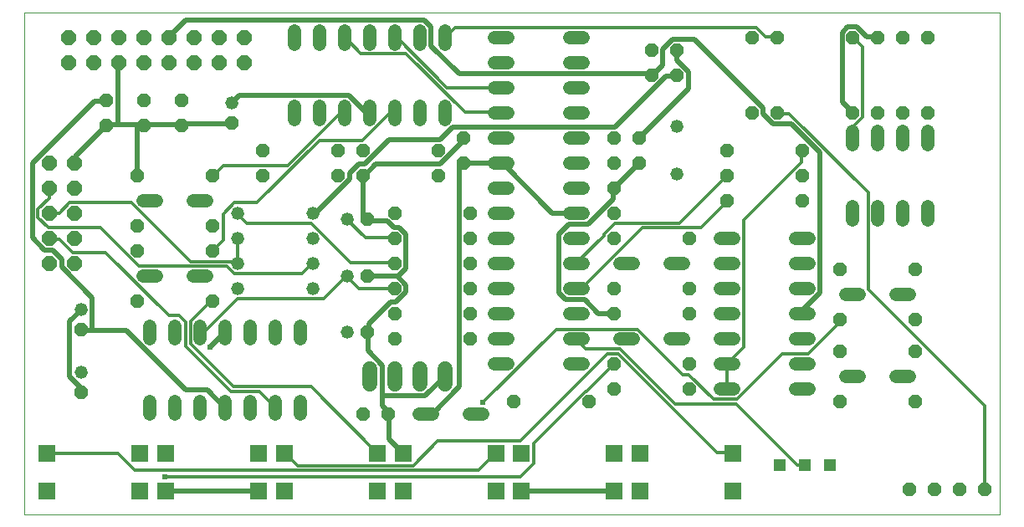
<source format=gbl>
G75*
%MOIN*%
%OFA0B0*%
%FSLAX25Y25*%
%IPPOS*%
%LPD*%
%AMOC8*
5,1,8,0,0,1.08239X$1,22.5*
%
%ADD10C,0.00000*%
%ADD11OC8,0.05200*%
%ADD12C,0.05200*%
%ADD13C,0.05200*%
%ADD14R,0.07087X0.07087*%
%ADD15OC8,0.06000*%
%ADD16R,0.05150X0.05150*%
%ADD17C,0.06000*%
%ADD18C,0.02000*%
%ADD19C,0.02400*%
%ADD20C,0.01200*%
D10*
X0001000Y0001250D02*
X0001000Y0201211D01*
X0389583Y0201211D01*
X0389583Y0001250D01*
X0001000Y0001250D01*
D11*
X0023500Y0049750D03*
X0023500Y0074750D03*
X0046000Y0086250D03*
X0076000Y0086250D03*
X0076000Y0106250D03*
X0076000Y0116250D03*
X0046000Y0116250D03*
X0046000Y0106250D03*
X0046000Y0136250D03*
X0076000Y0136250D03*
X0096000Y0136250D03*
X0096000Y0146250D03*
X0083500Y0157250D03*
X0063500Y0156250D03*
X0048500Y0156250D03*
X0033500Y0156250D03*
X0033500Y0166250D03*
X0048500Y0166250D03*
X0063500Y0166250D03*
X0126000Y0146250D03*
X0136000Y0146250D03*
X0136000Y0136250D03*
X0126000Y0136250D03*
X0148500Y0121250D03*
X0137500Y0118750D03*
X0148500Y0111250D03*
X0148500Y0101250D03*
X0137500Y0096250D03*
X0148500Y0091250D03*
X0148500Y0081250D03*
X0137500Y0073750D03*
X0148500Y0071250D03*
X0178500Y0071250D03*
X0178500Y0081250D03*
X0178500Y0091250D03*
X0178500Y0101250D03*
X0178500Y0111250D03*
X0178500Y0121250D03*
X0166000Y0136250D03*
X0176000Y0141250D03*
X0166000Y0146250D03*
X0176000Y0151250D03*
X0236000Y0151250D03*
X0246000Y0151250D03*
X0246000Y0141250D03*
X0236000Y0141250D03*
X0236000Y0131250D03*
X0236000Y0121250D03*
X0236000Y0111250D03*
X0266000Y0111250D03*
X0281000Y0126250D03*
X0281000Y0136250D03*
X0281000Y0146250D03*
X0291000Y0161250D03*
X0301000Y0161250D03*
X0311000Y0146250D03*
X0311000Y0136250D03*
X0311000Y0126250D03*
X0326000Y0098750D03*
X0356000Y0098750D03*
X0356000Y0078750D03*
X0356000Y0066250D03*
X0326000Y0066250D03*
X0326000Y0078750D03*
X0266000Y0081250D03*
X0266000Y0091250D03*
X0236000Y0091250D03*
X0236000Y0081250D03*
X0236000Y0061250D03*
X0236000Y0051250D03*
X0226000Y0046250D03*
X0196000Y0046250D03*
X0146000Y0041250D03*
X0136000Y0041250D03*
X0266000Y0051250D03*
X0266000Y0061250D03*
X0326000Y0046250D03*
X0356000Y0046250D03*
X0353500Y0011250D03*
X0363500Y0011250D03*
X0373500Y0011250D03*
X0383500Y0011250D03*
X0361000Y0161250D03*
X0351000Y0161250D03*
X0341000Y0161250D03*
X0331000Y0161250D03*
X0331000Y0191250D03*
X0341000Y0191250D03*
X0351000Y0191250D03*
X0361000Y0191250D03*
X0301000Y0191250D03*
X0291000Y0191250D03*
X0261000Y0186250D03*
X0251000Y0186250D03*
X0251000Y0176250D03*
X0261000Y0176250D03*
D12*
X0261000Y0155750D03*
X0261000Y0136750D03*
X0129500Y0118750D03*
X0116000Y0121250D03*
X0116000Y0111250D03*
X0116000Y0101250D03*
X0129500Y0096250D03*
X0116000Y0091250D03*
X0086000Y0091250D03*
X0086000Y0101250D03*
X0086000Y0111250D03*
X0086000Y0121250D03*
X0023500Y0082750D03*
X0023500Y0057750D03*
X0129500Y0073750D03*
X0083500Y0165250D03*
D13*
X0108500Y0163850D02*
X0108500Y0158650D01*
X0118500Y0158650D02*
X0118500Y0163850D01*
X0128500Y0163850D02*
X0128500Y0158650D01*
X0138500Y0158650D02*
X0138500Y0163850D01*
X0148500Y0163850D02*
X0148500Y0158650D01*
X0158500Y0158650D02*
X0158500Y0163850D01*
X0168500Y0163850D02*
X0168500Y0158650D01*
X0188400Y0161250D02*
X0193600Y0161250D01*
X0193600Y0151250D02*
X0188400Y0151250D01*
X0188400Y0141250D02*
X0193600Y0141250D01*
X0193600Y0131250D02*
X0188400Y0131250D01*
X0188400Y0121250D02*
X0193600Y0121250D01*
X0193600Y0111250D02*
X0188400Y0111250D01*
X0188400Y0101250D02*
X0193600Y0101250D01*
X0193600Y0091250D02*
X0188400Y0091250D01*
X0188400Y0081250D02*
X0193600Y0081250D01*
X0193600Y0071250D02*
X0188400Y0071250D01*
X0188400Y0061250D02*
X0193600Y0061250D01*
X0218400Y0061250D02*
X0223600Y0061250D01*
X0223600Y0071250D02*
X0218400Y0071250D01*
X0218400Y0081250D02*
X0223600Y0081250D01*
X0223600Y0091250D02*
X0218400Y0091250D01*
X0218400Y0101250D02*
X0223600Y0101250D01*
X0238400Y0101250D02*
X0243600Y0101250D01*
X0258400Y0101250D02*
X0263600Y0101250D01*
X0278400Y0101250D02*
X0283600Y0101250D01*
X0283600Y0091250D02*
X0278400Y0091250D01*
X0278400Y0081250D02*
X0283600Y0081250D01*
X0283600Y0071250D02*
X0278400Y0071250D01*
X0263600Y0071250D02*
X0258400Y0071250D01*
X0243600Y0071250D02*
X0238400Y0071250D01*
X0278400Y0061250D02*
X0283600Y0061250D01*
X0283600Y0051250D02*
X0278400Y0051250D01*
X0308400Y0051250D02*
X0313600Y0051250D01*
X0328400Y0056250D02*
X0333600Y0056250D01*
X0348400Y0056250D02*
X0353600Y0056250D01*
X0313600Y0061250D02*
X0308400Y0061250D01*
X0308400Y0071250D02*
X0313600Y0071250D01*
X0313600Y0081250D02*
X0308400Y0081250D01*
X0328400Y0088750D02*
X0333600Y0088750D01*
X0348400Y0088750D02*
X0353600Y0088750D01*
X0313600Y0091250D02*
X0308400Y0091250D01*
X0308400Y0101250D02*
X0313600Y0101250D01*
X0313600Y0111250D02*
X0308400Y0111250D01*
X0331000Y0118650D02*
X0331000Y0123850D01*
X0341000Y0123850D02*
X0341000Y0118650D01*
X0351000Y0118650D02*
X0351000Y0123850D01*
X0361000Y0123850D02*
X0361000Y0118650D01*
X0361000Y0148650D02*
X0361000Y0153850D01*
X0351000Y0153850D02*
X0351000Y0148650D01*
X0341000Y0148650D02*
X0341000Y0153850D01*
X0331000Y0153850D02*
X0331000Y0148650D01*
X0283600Y0111250D02*
X0278400Y0111250D01*
X0223600Y0111250D02*
X0218400Y0111250D01*
X0218400Y0121250D02*
X0223600Y0121250D01*
X0223600Y0131250D02*
X0218400Y0131250D01*
X0218400Y0141250D02*
X0223600Y0141250D01*
X0223600Y0151250D02*
X0218400Y0151250D01*
X0218400Y0161250D02*
X0223600Y0161250D01*
X0223600Y0171250D02*
X0218400Y0171250D01*
X0218400Y0181250D02*
X0223600Y0181250D01*
X0223600Y0191250D02*
X0218400Y0191250D01*
X0193600Y0191250D02*
X0188400Y0191250D01*
X0168500Y0188650D02*
X0168500Y0193850D01*
X0158500Y0193850D02*
X0158500Y0188650D01*
X0148500Y0188650D02*
X0148500Y0193850D01*
X0138500Y0193850D02*
X0138500Y0188650D01*
X0128500Y0188650D02*
X0128500Y0193850D01*
X0118500Y0193850D02*
X0118500Y0188650D01*
X0108500Y0188650D02*
X0108500Y0193850D01*
X0188400Y0181250D02*
X0193600Y0181250D01*
X0193600Y0171250D02*
X0188400Y0171250D01*
X0073600Y0126250D02*
X0068400Y0126250D01*
X0053600Y0126250D02*
X0048400Y0126250D01*
X0048400Y0096250D02*
X0053600Y0096250D01*
X0068400Y0096250D02*
X0073600Y0096250D01*
X0071000Y0076350D02*
X0071000Y0071150D01*
X0081000Y0071150D02*
X0081000Y0076350D01*
X0091000Y0076350D02*
X0091000Y0071150D01*
X0101000Y0071150D02*
X0101000Y0076350D01*
X0111000Y0076350D02*
X0111000Y0071150D01*
X0111000Y0046350D02*
X0111000Y0041150D01*
X0101000Y0041150D02*
X0101000Y0046350D01*
X0091000Y0046350D02*
X0091000Y0041150D01*
X0081000Y0041150D02*
X0081000Y0046350D01*
X0071000Y0046350D02*
X0071000Y0041150D01*
X0061000Y0041150D02*
X0061000Y0046350D01*
X0051000Y0046350D02*
X0051000Y0041150D01*
X0051000Y0071150D02*
X0051000Y0076350D01*
X0061000Y0076350D02*
X0061000Y0071150D01*
X0158400Y0041250D02*
X0163600Y0041250D01*
X0178400Y0041250D02*
X0183600Y0041250D01*
D14*
X0188795Y0025659D03*
X0199031Y0025659D03*
X0199031Y0010699D03*
X0188795Y0010699D03*
X0151787Y0010699D03*
X0141551Y0010699D03*
X0141551Y0025659D03*
X0151787Y0025659D03*
X0104543Y0025659D03*
X0094307Y0025659D03*
X0094307Y0010699D03*
X0104543Y0010699D03*
X0057299Y0010699D03*
X0047063Y0010699D03*
X0047063Y0025659D03*
X0057299Y0025659D03*
X0010055Y0025659D03*
X0010055Y0010699D03*
X0236039Y0010699D03*
X0246276Y0010699D03*
X0246276Y0025659D03*
X0236039Y0025659D03*
X0283283Y0025659D03*
X0283283Y0010699D03*
D15*
X0021000Y0101250D03*
X0011000Y0101250D03*
X0011000Y0111250D03*
X0021000Y0111250D03*
X0021000Y0121250D03*
X0011000Y0121250D03*
X0011000Y0131250D03*
X0021000Y0131250D03*
X0021000Y0141250D03*
X0011000Y0141250D03*
X0018500Y0181250D03*
X0028500Y0181250D03*
X0038500Y0181250D03*
X0048500Y0181250D03*
X0058500Y0181250D03*
X0068500Y0181250D03*
X0078500Y0181250D03*
X0088500Y0181250D03*
X0088500Y0191250D03*
X0078500Y0191250D03*
X0068500Y0191250D03*
X0058500Y0191250D03*
X0048500Y0191250D03*
X0038500Y0191250D03*
X0028500Y0191250D03*
X0018500Y0191250D03*
D16*
X0302024Y0020935D03*
X0312024Y0020935D03*
X0322024Y0020935D03*
D17*
X0168500Y0053250D02*
X0168500Y0059250D01*
X0158500Y0059250D02*
X0158500Y0053250D01*
X0148500Y0053250D02*
X0148500Y0059250D01*
X0138500Y0059250D02*
X0138500Y0053250D01*
D18*
X0143650Y0048500D02*
X0160750Y0048500D01*
X0168500Y0056250D01*
X0174250Y0052100D02*
X0174250Y0139850D01*
X0175600Y0141200D01*
X0176000Y0141250D01*
X0176950Y0141200D01*
X0190900Y0141200D01*
X0191000Y0141250D01*
X0191800Y0140750D01*
X0211150Y0121400D01*
X0220600Y0121400D01*
X0221000Y0121250D01*
X0217900Y0116900D02*
X0225550Y0116900D01*
X0235450Y0126800D01*
X0235450Y0130400D01*
X0236000Y0131250D01*
X0235900Y0131300D01*
X0245800Y0141200D01*
X0246000Y0141250D01*
X0246000Y0151250D02*
X0246250Y0151550D01*
X0265600Y0170900D01*
X0265600Y0177650D01*
X0261100Y0182150D01*
X0261100Y0186200D01*
X0261000Y0186250D01*
X0259300Y0190700D02*
X0255250Y0186650D01*
X0255250Y0180350D01*
X0251200Y0176300D01*
X0251000Y0176250D01*
X0250300Y0176750D01*
X0174250Y0176750D01*
X0163000Y0188000D01*
X0163000Y0195650D01*
X0160300Y0198350D01*
X0065350Y0198350D01*
X0058600Y0191600D01*
X0058500Y0191250D01*
X0038500Y0181250D02*
X0038350Y0181250D01*
X0038350Y0156500D01*
X0033850Y0156500D01*
X0033500Y0156250D01*
X0032950Y0155600D01*
X0021250Y0143900D01*
X0021250Y0141650D01*
X0021000Y0141250D01*
X0004150Y0141200D02*
X0028900Y0165950D01*
X0033400Y0165950D01*
X0033500Y0166250D01*
X0038350Y0156500D02*
X0048250Y0156500D01*
X0048500Y0156250D01*
X0046000Y0155600D01*
X0046000Y0136250D01*
X0048500Y0156250D02*
X0049150Y0156500D01*
X0063100Y0156500D01*
X0063500Y0156250D01*
X0064000Y0156950D01*
X0083350Y0156950D01*
X0083500Y0157250D01*
X0083500Y0165250D02*
X0083800Y0165500D01*
X0086500Y0168200D01*
X0130150Y0168200D01*
X0136900Y0161450D01*
X0138250Y0161450D01*
X0138500Y0161250D01*
X0146350Y0150650D02*
X0136450Y0140750D01*
X0134200Y0140750D01*
X0130600Y0137150D01*
X0130600Y0134900D01*
X0117100Y0121400D01*
X0116200Y0121400D01*
X0116000Y0121250D01*
X0136000Y0120500D02*
X0137350Y0119150D01*
X0137500Y0118750D01*
X0138250Y0118250D01*
X0145450Y0118250D01*
X0148150Y0115550D01*
X0150400Y0115550D01*
X0153100Y0112850D01*
X0153100Y0099350D01*
X0150400Y0096650D01*
X0149500Y0096200D01*
X0153100Y0092600D01*
X0153100Y0089900D01*
X0149050Y0085850D01*
X0146800Y0085850D01*
X0138250Y0077300D01*
X0138250Y0074600D01*
X0137500Y0073750D01*
X0137800Y0073700D01*
X0137800Y0066500D01*
X0143650Y0060650D01*
X0143650Y0048500D01*
X0143650Y0044450D01*
X0145900Y0042200D01*
X0146000Y0041250D01*
X0146350Y0040850D01*
X0146350Y0031400D01*
X0151750Y0026000D01*
X0151787Y0025659D01*
X0161000Y0041250D02*
X0161200Y0041300D01*
X0163450Y0041300D01*
X0174250Y0052100D01*
X0224200Y0086750D02*
X0229600Y0081350D01*
X0235900Y0081350D01*
X0236000Y0081250D01*
X0224200Y0086750D02*
X0216550Y0086750D01*
X0213850Y0089450D01*
X0213850Y0112850D01*
X0217900Y0116900D01*
X0175600Y0149750D02*
X0166600Y0140750D01*
X0140950Y0140750D01*
X0136900Y0136700D01*
X0136000Y0136250D01*
X0136000Y0120500D01*
X0137500Y0096250D02*
X0137800Y0096200D01*
X0149500Y0096200D01*
X0081000Y0073750D02*
X0080650Y0073700D01*
X0074800Y0067850D01*
X0073900Y0050750D02*
X0065350Y0050750D01*
X0041500Y0074600D01*
X0028000Y0074600D01*
X0028000Y0087650D01*
X0015850Y0099800D01*
X0015850Y0102950D01*
X0012250Y0106550D01*
X0009100Y0106550D01*
X0004150Y0111500D01*
X0004150Y0141200D01*
X0023500Y0082750D02*
X0023500Y0082700D01*
X0019000Y0078200D01*
X0019000Y0056150D01*
X0023500Y0051650D01*
X0023500Y0049750D01*
X0023500Y0074600D02*
X0023500Y0074750D01*
X0023500Y0074600D02*
X0028000Y0074600D01*
X0073900Y0050750D02*
X0080650Y0044000D01*
X0081000Y0043750D01*
X0094150Y0010700D02*
X0057700Y0010700D01*
X0057299Y0010699D01*
X0094150Y0010700D02*
X0094307Y0010699D01*
X0199031Y0010699D02*
X0199450Y0010700D01*
X0235900Y0010700D01*
X0236039Y0010699D01*
X0311000Y0081250D02*
X0311050Y0081350D01*
X0311050Y0082700D01*
X0317800Y0089450D01*
X0317800Y0145700D01*
X0306550Y0156950D01*
X0299350Y0156950D01*
X0295300Y0161000D01*
X0295300Y0163250D01*
X0267850Y0190700D01*
X0259300Y0190700D01*
X0261000Y0176250D02*
X0260650Y0175850D01*
X0256600Y0175850D01*
X0236350Y0155600D01*
X0171550Y0155600D01*
X0166600Y0150650D01*
X0146350Y0150650D01*
X0175600Y0151100D02*
X0176000Y0151250D01*
X0175600Y0151100D02*
X0175600Y0149750D01*
X0326800Y0165500D02*
X0330850Y0161450D01*
X0331000Y0161250D01*
X0326800Y0165500D02*
X0326800Y0193400D01*
X0329050Y0195650D01*
X0332650Y0195650D01*
X0336700Y0191600D01*
X0340750Y0191600D01*
X0341000Y0191250D01*
D19*
X0074800Y0067850D03*
X0056800Y0016100D03*
X0183700Y0045800D03*
D20*
X0212950Y0075050D01*
X0245350Y0075050D01*
X0263350Y0057050D01*
X0265600Y0057050D01*
X0275500Y0047150D01*
X0284950Y0047150D01*
X0302950Y0065150D01*
X0313300Y0065150D01*
X0325900Y0077750D01*
X0325900Y0078650D01*
X0326000Y0078750D01*
X0337150Y0090800D02*
X0383500Y0044450D01*
X0383500Y0011250D01*
X0312024Y0020935D02*
X0311950Y0021050D01*
X0308800Y0021050D01*
X0284500Y0045350D01*
X0260200Y0045350D01*
X0238150Y0067400D01*
X0224650Y0067400D01*
X0221050Y0071000D01*
X0221000Y0071250D01*
X0233200Y0065150D02*
X0198550Y0030500D01*
X0165700Y0030500D01*
X0155800Y0020600D01*
X0109900Y0020600D01*
X0104950Y0025550D01*
X0104543Y0025659D01*
X0101000Y0043750D02*
X0100900Y0044000D01*
X0094600Y0050300D01*
X0083350Y0050300D01*
X0065350Y0068300D01*
X0065350Y0077750D01*
X0062650Y0080450D01*
X0058600Y0080450D01*
X0033400Y0105650D01*
X0020350Y0105650D01*
X0014950Y0111050D01*
X0011350Y0111050D01*
X0011000Y0111250D01*
X0010450Y0115550D02*
X0031150Y0115550D01*
X0046450Y0100250D01*
X0081550Y0100250D01*
X0084700Y0097100D01*
X0111700Y0097100D01*
X0115750Y0101150D01*
X0116000Y0101250D01*
X0129250Y0096200D02*
X0129500Y0096250D01*
X0129700Y0095750D01*
X0134200Y0091250D01*
X0148500Y0091250D01*
X0148500Y0101250D02*
X0148150Y0101600D01*
X0131050Y0101600D01*
X0115300Y0117350D01*
X0089650Y0117350D01*
X0086050Y0120950D01*
X0086000Y0121250D01*
X0084700Y0125450D02*
X0080200Y0120950D01*
X0080200Y0110600D01*
X0076150Y0106550D01*
X0076000Y0106250D01*
X0067150Y0102050D02*
X0085600Y0102050D01*
X0086000Y0101250D01*
X0086050Y0101600D01*
X0086050Y0111050D01*
X0086000Y0111250D01*
X0067150Y0102050D02*
X0043750Y0125450D01*
X0019000Y0125450D01*
X0014950Y0121400D01*
X0011350Y0121400D01*
X0011000Y0121250D01*
X0006400Y0122750D02*
X0006400Y0119600D01*
X0010450Y0115550D01*
X0006400Y0122750D02*
X0010900Y0127250D01*
X0010900Y0130850D01*
X0011000Y0131250D01*
X0076000Y0136250D02*
X0076150Y0136250D01*
X0080200Y0140300D01*
X0105850Y0140300D01*
X0126550Y0161000D01*
X0128350Y0161000D01*
X0128500Y0161250D01*
X0135550Y0150200D02*
X0146350Y0161000D01*
X0148150Y0161000D01*
X0148500Y0161250D01*
X0135550Y0150200D02*
X0118450Y0150200D01*
X0093700Y0125450D01*
X0084700Y0125450D01*
X0129500Y0118750D02*
X0129700Y0118700D01*
X0136900Y0111500D01*
X0148150Y0111500D01*
X0148500Y0111250D01*
X0129250Y0096200D02*
X0120250Y0087200D01*
X0086050Y0087200D01*
X0073000Y0074150D01*
X0071200Y0074150D01*
X0071000Y0073750D01*
X0067150Y0078200D02*
X0067150Y0069200D01*
X0084250Y0052100D01*
X0115300Y0052100D01*
X0141400Y0026000D01*
X0141551Y0025659D01*
X0181900Y0018800D02*
X0188650Y0025550D01*
X0188795Y0025659D01*
X0181900Y0018800D02*
X0045100Y0018800D01*
X0038350Y0025550D01*
X0010450Y0025550D01*
X0010055Y0025659D01*
X0056800Y0016100D02*
X0198550Y0016100D01*
X0203950Y0021500D01*
X0203950Y0029600D01*
X0224650Y0050300D01*
X0225100Y0050300D01*
X0235900Y0061100D01*
X0236000Y0061250D01*
X0237700Y0065150D02*
X0233200Y0065150D01*
X0237700Y0065150D02*
X0276850Y0026000D01*
X0283150Y0026000D01*
X0283283Y0025659D01*
X0281000Y0051250D02*
X0280900Y0051650D01*
X0280900Y0061100D01*
X0281000Y0061250D01*
X0281350Y0061550D01*
X0287650Y0067850D01*
X0287650Y0118700D01*
X0310600Y0141650D01*
X0310600Y0146150D01*
X0311000Y0146250D01*
X0331000Y0151250D02*
X0331300Y0151550D01*
X0331300Y0156050D01*
X0334900Y0159650D01*
X0334900Y0187550D01*
X0331300Y0191150D01*
X0331000Y0191250D01*
X0301000Y0191250D02*
X0300700Y0191600D01*
X0296200Y0191600D01*
X0292600Y0195200D01*
X0172450Y0195200D01*
X0168500Y0191250D01*
X0153100Y0184850D02*
X0135100Y0184850D01*
X0128800Y0191150D01*
X0128500Y0191250D01*
X0148500Y0191250D02*
X0148600Y0191150D01*
X0149500Y0191150D01*
X0169300Y0171350D01*
X0190900Y0171350D01*
X0191000Y0171250D01*
X0190900Y0161450D02*
X0176500Y0161450D01*
X0153100Y0184850D01*
X0190900Y0161450D02*
X0191000Y0161250D01*
X0236350Y0117350D02*
X0262000Y0117350D01*
X0280900Y0136250D01*
X0281000Y0136250D01*
X0281000Y0126250D02*
X0280900Y0125900D01*
X0270550Y0115550D01*
X0247150Y0115550D01*
X0222850Y0091250D01*
X0221000Y0091250D01*
X0221000Y0101250D02*
X0221050Y0101600D01*
X0231850Y0112400D01*
X0231850Y0112850D01*
X0236350Y0117350D01*
X0301150Y0161000D02*
X0301000Y0161250D01*
X0301150Y0161000D02*
X0305650Y0161000D01*
X0337150Y0129500D01*
X0337150Y0090800D01*
X0076000Y0086250D02*
X0075700Y0085850D01*
X0074800Y0085850D01*
X0067150Y0078200D01*
M02*

</source>
